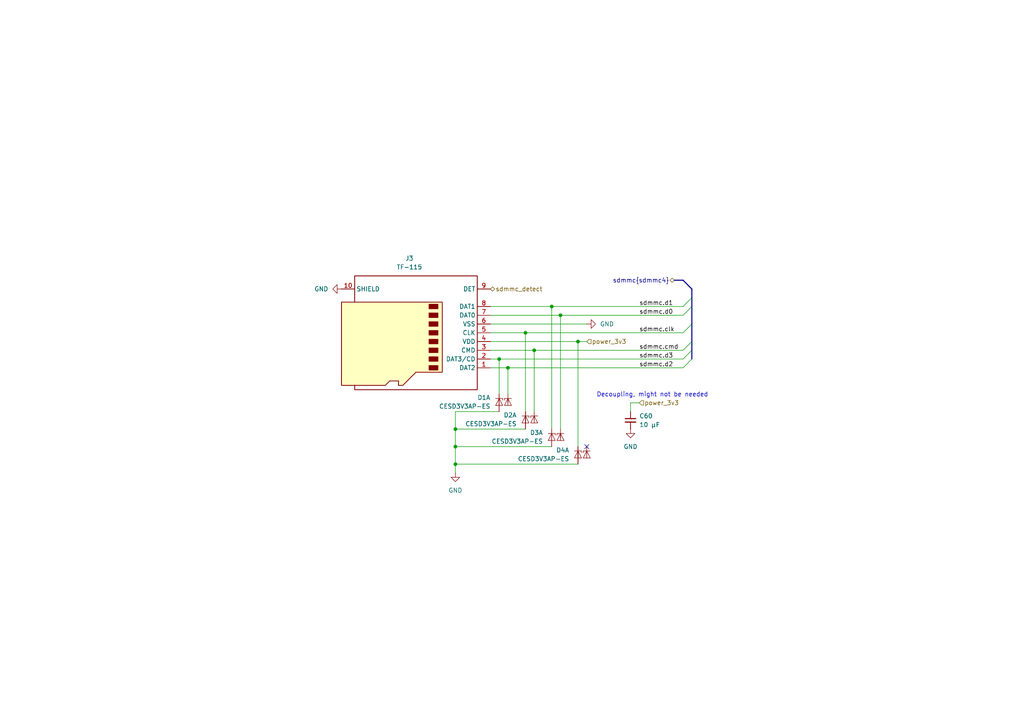
<source format=kicad_sch>
(kicad_sch (version 20250114) (generator "eeschema") (generator_version "9.0")
  (paper "A4")
  (title_block (title "Memory card port") (date "2024-11-14") (rev "Rev1.1") (comment 1 "Author: Aidan MacDonald") (comment 2 "Status: Development"))
  (lib_symbols
    (symbol "Connector:Micro_SD_Card_Det1"
      (property "Reference" "J" (at -16.51 17.78 0))
      (property "Value" "Micro_SD_Card_Det1" (at 16.51 17.78 0))
      (symbol "Micro_SD_Card_Det1_0_1"
        (polyline (pts (xy -8.89 -8.89) (xy -8.89 11.43) (xy -1.27 11.43) (xy 2.54 15.24) (xy 3.81 15.24) (xy 3.81 13.97) (xy 6.35 13.97) (xy 7.62 15.24) (xy 20.32 15.24) (xy 20.32 -8.89) (xy -8.89 -8.89)) (stroke (width 0.254)) (fill (type background)))
        (rectangle (start -7.62 10.795) (end -5.08 9.525) (stroke (width 0.254)) (fill (type outline)))
        (rectangle (start -7.62 8.255) (end -5.08 6.985) (stroke (width 0.254)) (fill (type outline)))
        (rectangle (start -7.62 5.715) (end -5.08 4.445) (stroke (width 0.254)) (fill (type outline)))
        (rectangle (start -7.62 3.175) (end -5.08 1.905) (stroke (width 0.254)) (fill (type outline)))
        (rectangle (start -7.62 0.635) (end -5.08 -0.635) (stroke (width 0.254)) (fill (type outline)))
        (rectangle (start -7.62 -1.905) (end -5.08 -3.175) (stroke (width 0.254)) (fill (type outline)))
        (rectangle (start -7.62 -4.445) (end -5.08 -5.715) (stroke (width 0.254)) (fill (type outline)))
        (rectangle (start -7.62 -6.985) (end -5.08 -8.255) (stroke (width 0.254)) (fill (type outline)))
        (polyline (pts (xy 16.51 15.24) (xy 16.51 16.51) (xy -19.05 16.51) (xy -19.05 -16.51) (xy 16.51 -16.51) (xy 16.51 -8.89)) (stroke (width 0.254)))
      )
      (symbol "Micro_SD_Card_Det1_1_1"
        (pin bidirectional line (at -22.86 10.16 0) (length 3.81) (name "DAT2") (number "1"))
        (pin bidirectional line (at -22.86 7.62 0) (length 3.81) (name "DAT3/CD") (number "2"))
        (pin input line (at -22.86 5.08 0) (length 3.81) (name "CMD") (number "3"))
        (pin power_in line (at -22.86 2.54 0) (length 3.81) (name "VDD") (number "4"))
        (pin input line (at -22.86 0 0) (length 3.81) (name "CLK") (number "5"))
        (pin power_in line (at -22.86 -2.54 0) (length 3.81) (name "VSS") (number "6"))
        (pin bidirectional line (at -22.86 -5.08 0) (length 3.81) (name "DAT0") (number "7"))
        (pin bidirectional line (at -22.86 -7.62 0) (length 3.81) (name "DAT1") (number "8"))
        (pin passive line (at -22.86 -12.7 0) (length 3.81) (name "DET") (number "9"))
        (pin passive line (at 20.32 -12.7 180) (length 3.81) (name "SHIELD") (number "10"))
      )
    )
    (symbol "Device:C_Small" (pin_numbers (hide yes)) (pin_names (offset 0.254) (hide yes))
      (property "Reference" "C" (at 0.254 1.778 0))
      (property "Value" "C_Small" (at 0.254 -2.032 0))
      (symbol "C_Small_0_1"
        (polyline (pts (xy -1.524 0.508) (xy 1.524 0.508)) (stroke (width 0.3048)))
        (polyline (pts (xy -1.524 -0.508) (xy 1.524 -0.508)) (stroke (width 0.3302)))
      )
      (symbol "C_Small_1_1"
        (pin passive line (at 0 2.54 270) (length 2.032) (name "~") (number "1"))
        (pin passive line (at 0 -2.54 90) (length 2.032) (name "~") (number "2"))
      )
    )
    (symbol "echoplayer:CESD3V3AP-ES" (pin_numbers (hide yes)) (pin_names (hide yes))
      (property "Reference" "D" (at -1.524 2.54 0))
      (property "Value" "CESD3V3AP-ES" (at 0 -2.54 0))
      (symbol "CESD3V3AP-ES_0_1"
        (polyline (pts (xy -1.27 1.016) (xy -1.27 -1.016) (xy -0.762 -1.016)))
        (polyline (pts (xy 0.762 1.016) (xy -1.27 0) (xy 0.762 -1.016) (xy 0.762 1.016)))
        (polyline (pts (xy 0.762 0) (xy -1.27 0)))
      )
      (symbol "CESD3V3AP-ES_1_1"
        (pin passive line (at -2.54 0 0) (length 2.54) (name "K1") (number "1"))
        (pin passive line (at 2.54 0 180) (length 2.54) (name "A") (number "3"))
      )
      (symbol "CESD3V3AP-ES_2_1"
        (pin passive line (at -2.54 0 0) (length 2.54) (name "K2") (number "2"))
      )
    )
    (symbol "power:GND" (power) (pin_numbers (hide yes)) (pin_names (offset 0) (hide yes))
      (property "Value" "GND" (at 0 -3.81 0))
      (symbol "GND_0_1"
        (polyline (pts (xy 0 0) (xy 0 -1.27) (xy 1.27 -1.27) (xy 0 -2.54) (xy -1.27 -1.27) (xy 0 -1.27)))
      )
      (symbol "GND_1_1"
        (pin power_in line (at 0 0 270) (length 0) (name "~") (number "1"))
      )
    )
  )
  (text "Decoupling, might not be needed" (at 189.23 114.554 0) (effects (font (size 1.27 1.27))))
  (junction (at 147.32 106.68))
  (junction (at 154.94 101.6))
  (junction (at 132.08 129.54))
  (junction (at 162.56 91.44))
  (junction (at 132.08 134.62))
  (junction (at 167.64 99.06))
  (junction (at 144.78 104.14))
  (junction (at 132.08 124.46))
  (junction (at 152.4 96.52))
  (junction (at 160.02 88.9))
  (no_connect (at 170.18 129.54))
  (bus_entry (at 198.12 106.68) (size 2.54 -2.54))
  (bus_entry (at 198.12 101.6) (size 2.54 -2.54))
  (bus_entry (at 198.12 104.14) (size 2.54 -2.54))
  (bus_entry (at 198.12 88.9) (size 2.54 -2.54))
  (bus_entry (at 198.12 91.44) (size 2.54 -2.54))
  (bus_entry (at 198.12 96.52) (size 2.54 -2.54))
  (bus (pts (xy 200.66 93.98) (xy 200.66 99.06)))
  (wire (pts (xy 144.78 119.38) (xy 132.08 119.38)))
  (wire (pts (xy 152.4 96.52) (xy 198.12 96.52)))
  (wire (pts (xy 142.24 104.14) (xy 144.78 104.14)))
  (bus (pts (xy 200.66 86.36) (xy 200.66 88.9)))
  (wire (pts (xy 144.78 104.14) (xy 144.78 114.3)))
  (wire (pts (xy 147.32 106.68) (xy 147.32 114.3)))
  (wire (pts (xy 170.18 99.06) (xy 167.64 99.06)))
  (wire (pts (xy 182.88 119.38) (xy 182.88 116.84)))
  (wire (pts (xy 142.24 106.68) (xy 147.32 106.68)))
  (wire (pts (xy 142.24 101.6) (xy 154.94 101.6)))
  (wire (pts (xy 162.56 91.44) (xy 198.12 91.44)))
  (wire (pts (xy 142.24 96.52) (xy 152.4 96.52)))
  (wire (pts (xy 152.4 96.52) (xy 152.4 119.38)))
  (wire (pts (xy 132.08 134.62) (xy 132.08 137.16)))
  (bus (pts (xy 198.12 81.28) (xy 195.58 81.28)))
  (wire (pts (xy 142.24 88.9) (xy 160.02 88.9)))
  (wire (pts (xy 132.08 124.46) (xy 132.08 129.54)))
  (wire (pts (xy 160.02 88.9) (xy 160.02 124.46)))
  (wire (pts (xy 167.64 99.06) (xy 142.24 99.06)))
  (wire (pts (xy 132.08 119.38) (xy 132.08 124.46)))
  (wire (pts (xy 160.02 129.54) (xy 132.08 129.54)))
  (bus (pts (xy 200.66 99.06) (xy 200.66 101.6)))
  (wire (pts (xy 167.64 99.06) (xy 167.64 129.54)))
  (wire (pts (xy 162.56 91.44) (xy 162.56 124.46)))
  (bus (pts (xy 200.66 83.82) (xy 200.66 86.36)))
  (wire (pts (xy 144.78 104.14) (xy 198.12 104.14)))
  (wire (pts (xy 147.32 106.68) (xy 198.12 106.68)))
  (bus (pts (xy 200.66 101.6) (xy 200.66 104.14)))
  (wire (pts (xy 154.94 101.6) (xy 154.94 119.38)))
  (bus (pts (xy 200.66 83.82) (xy 198.12 81.28)))
  (wire (pts (xy 142.24 93.98) (xy 170.18 93.98)))
  (wire (pts (xy 154.94 101.6) (xy 198.12 101.6)))
  (wire (pts (xy 152.4 124.46) (xy 132.08 124.46)))
  (bus (pts (xy 200.66 88.9) (xy 200.66 93.98)))
  (wire (pts (xy 132.08 134.62) (xy 167.64 134.62)))
  (wire (pts (xy 182.88 116.84) (xy 185.42 116.84)))
  (wire (pts (xy 160.02 88.9) (xy 198.12 88.9)))
  (wire (pts (xy 132.08 129.54) (xy 132.08 134.62)))
  (wire (pts (xy 142.24 91.44) (xy 162.56 91.44)))
  (label "sdmmc.d1" (at 185.42 88.9 0))
  (label "sdmmc.clk" (at 185.42 96.52 0))
  (label "sdmmc.cmd" (at 185.42 101.6 0))
  (label "sdmmc.d3" (at 185.42 104.14 0))
  (label "sdmmc.d2" (at 185.42 106.68 0))
  (label "sdmmc.d0" (at 185.42 91.44 0))
  (hierarchical_label "sdmmc_detect" (shape tri_state) (at 142.24 83.82 0))
  (hierarchical_label "power_3v3" (shape input) (at 185.42 116.84 0))
  (hierarchical_label "sdmmc{sdmmc4}" (shape bidirectional) (at 195.58 81.28 180))
  (hierarchical_label "power_3v3" (shape input) (at 170.18 99.06 0))
  (symbol (lib_id "echoplayer:CESD3V3AP-ES") (at 170.18 132.08 270) (unit 2)
    (property "Reference" "D4" (effects (hide yes)))
    (property "Value" "CESD3V3AP-ES" (effects (hide yes)))
    (property "Footprint" "Package_TO_SOT_SMD:SOT-23" (effects (hide yes)))
    (property "Datasheet" "https://www.lcsc.com/datasheet/lcsc_datasheet_2409051031_ElecSuper-CESD3V3AP-ES_C5199223.pdf" (effects (hide yes)))
    (property "Description" "Unidirectional dual ESD protection diode array, 3.3V, Common Anode, SOT-23" (effects (hide yes)))
    (property "LCSC#" "C5199223" (effects (hide yes)))
  )
  (symbol (lib_id "Device:C_Small") (at 182.88 121.92 0) (unit 1)
    (property "Reference" "C60" (at 185.42 120.6562 0) (effects (justify left)))
    (property "Value" "10 µF" (at 185.42 123.1962 0) (effects (justify left)))
    (property "Footprint" "Capacitor_SMD:C_0603_1608Metric" (effects (hide yes)))
    (property "Description" "Unpolarized capacitor, small symbol" (effects (hide yes)))
    (property "LCSC#" "C91606" (effects (hide yes)))
  )
  (symbol (lib_id "power:GND") (at 182.88 124.46 0) (unit 1)
    (property "Reference" "#PWR09" (effects (hide yes)))
    (property "Value" "GND" (at 182.88 129.54 0))
    (property "Description" "Power symbol creates a global label with name \"GND\" , ground" (effects (hide yes)))
  )
  (symbol (lib_id "echoplayer:CESD3V3AP-ES") (at 160.02 127 90) (mirror x) (unit 1)
    (property "Reference" "D3" (at 157.48 125.4759 90) (effects (justify left)))
    (property "Value" "CESD3V3AP-ES" (at 157.48 128.0159 90) (effects (justify left)))
    (property "Footprint" "Package_TO_SOT_SMD:SOT-23" (effects (hide yes)))
    (property "Datasheet" "https://www.lcsc.com/datasheet/lcsc_datasheet_2409051031_ElecSuper-CESD3V3AP-ES_C5199223.pdf" (effects (hide yes)))
    (property "Description" "Unidirectional dual ESD protection diode array, 3.3V, Common Anode, SOT-23" (effects (hide yes)))
    (property "LCSC#" "C5199223" (effects (hide yes)))
  )
  (symbol (lib_id "echoplayer:CESD3V3AP-ES") (at 162.56 127 270) (unit 2)
    (property "Reference" "D3" (effects (hide yes)))
    (property "Value" "CESD3V3AP-ES" (effects (hide yes)))
    (property "Footprint" "Package_TO_SOT_SMD:SOT-23" (effects (hide yes)))
    (property "Datasheet" "https://www.lcsc.com/datasheet/lcsc_datasheet_2409051031_ElecSuper-CESD3V3AP-ES_C5199223.pdf" (effects (hide yes)))
    (property "Description" "Unidirectional dual ESD protection diode array, 3.3V, Common Anode, SOT-23" (effects (hide yes)))
    (property "LCSC#" "C5199223" (effects (hide yes)))
  )
  (symbol (lib_id "Connector:Micro_SD_Card_Det1") (at 119.38 96.52 180) (unit 1)
    (property "Reference" "J3" (at 118.745 74.93 0))
    (property "Value" "TF-115" (at 118.745 77.47 0))
    (property "Footprint" "echoplayer:microSD_XUNPU_TF-115" (effects (hide yes)))
    (property "Datasheet" "https://www.lcsc.com/datasheet/lcsc_datasheet_2109061830_XUNPU-TF-115_C266620.pdf" (effects (hide yes)))
    (property "Description" "Micro SD Card Socket with one card detection pin" (effects (hide yes)))
    (property "LCSC#" "C720505" (effects (hide yes)))
  )
  (symbol (lib_id "echoplayer:CESD3V3AP-ES") (at 154.94 121.92 270) (unit 2)
    (property "Reference" "D2" (effects (hide yes)))
    (property "Value" "CESD3V3AP-ES" (effects (hide yes)))
    (property "Footprint" "Package_TO_SOT_SMD:SOT-23" (effects (hide yes)))
    (property "Datasheet" "https://www.lcsc.com/datasheet/lcsc_datasheet_2409051031_ElecSuper-CESD3V3AP-ES_C5199223.pdf" (effects (hide yes)))
    (property "Description" "Unidirectional dual ESD protection diode array, 3.3V, Common Anode, SOT-23" (effects (hide yes)))
    (property "LCSC#" "C5199223" (effects (hide yes)))
  )
  (symbol (lib_id "echoplayer:CESD3V3AP-ES") (at 152.4 121.92 90) (mirror x) (unit 1)
    (property "Reference" "D2" (at 149.86 120.3959 90) (effects (justify left)))
    (property "Value" "CESD3V3AP-ES" (at 149.86 122.9359 90) (effects (justify left)))
    (property "Footprint" "Package_TO_SOT_SMD:SOT-23" (effects (hide yes)))
    (property "Datasheet" "https://www.lcsc.com/datasheet/lcsc_datasheet_2409051031_ElecSuper-CESD3V3AP-ES_C5199223.pdf" (effects (hide yes)))
    (property "Description" "Unidirectional dual ESD protection diode array, 3.3V, Common Anode, SOT-23" (effects (hide yes)))
    (property "LCSC#" "C5199223" (effects (hide yes)))
  )
  (symbol (lib_id "echoplayer:CESD3V3AP-ES") (at 144.78 116.84 90) (mirror x) (unit 1)
    (property "Reference" "D1" (at 142.24 115.3159 90) (effects (justify left)))
    (property "Value" "CESD3V3AP-ES" (at 142.24 117.8559 90) (effects (justify left)))
    (property "Footprint" "Package_TO_SOT_SMD:SOT-23" (effects (hide yes)))
    (property "Datasheet" "https://www.lcsc.com/datasheet/lcsc_datasheet_2409051031_ElecSuper-CESD3V3AP-ES_C5199223.pdf" (effects (hide yes)))
    (property "Description" "Unidirectional dual ESD protection diode array, 3.3V, Common Anode, SOT-23" (effects (hide yes)))
    (property "LCSC#" "C5199223" (effects (hide yes)))
  )
  (symbol (lib_id "power:GND") (at 99.06 83.82 270) (unit 1)
    (property "Reference" "#PWR040" (effects (hide yes)))
    (property "Value" "GND" (at 95.25 83.8199 90) (effects (justify right)))
    (property "Description" "Power symbol creates a global label with name \"GND\" , ground" (effects (hide yes)))
  )
  (symbol (lib_id "echoplayer:CESD3V3AP-ES") (at 167.64 132.08 90) (mirror x) (unit 1)
    (property "Reference" "D4" (at 165.1 130.5559 90) (effects (justify left)))
    (property "Value" "CESD3V3AP-ES" (at 165.1 133.0959 90) (effects (justify left)))
    (property "Footprint" "Package_TO_SOT_SMD:SOT-23" (effects (hide yes)))
    (property "Datasheet" "https://www.lcsc.com/datasheet/lcsc_datasheet_2409051031_ElecSuper-CESD3V3AP-ES_C5199223.pdf" (effects (hide yes)))
    (property "Description" "Unidirectional dual ESD protection diode array, 3.3V, Common Anode, SOT-23" (effects (hide yes)))
    (property "LCSC#" "C5199223" (effects (hide yes)))
  )
  (symbol (lib_id "power:GND") (at 170.18 93.98 90) (unit 1)
    (property "Reference" "#PWR042" (effects (hide yes)))
    (property "Value" "GND" (at 173.99 93.9799 90) (effects (justify right)))
    (property "Description" "Power symbol creates a global label with name \"GND\" , ground" (effects (hide yes)))
  )
  (symbol (lib_id "echoplayer:CESD3V3AP-ES") (at 147.32 116.84 270) (unit 2)
    (property "Reference" "D1" (effects (hide yes)))
    (property "Value" "CESD3V3AP-ES" (effects (hide yes)))
    (property "Footprint" "Package_TO_SOT_SMD:SOT-23" (effects (hide yes)))
    (property "Datasheet" "https://www.lcsc.com/datasheet/lcsc_datasheet_2409051031_ElecSuper-CESD3V3AP-ES_C5199223.pdf" (effects (hide yes)))
    (property "Description" "Unidirectional dual ESD protection diode array, 3.3V, Common Anode, SOT-23" (effects (hide yes)))
    (property "LCSC#" "C5199223" (effects (hide yes)))
  )
  (symbol (lib_id "power:GND") (at 132.08 137.16 0) (unit 1)
    (property "Reference" "#PWR041" (effects (hide yes)))
    (property "Value" "GND" (at 132.08 142.24 0))
    (property "Description" "Power symbol creates a global label with name \"GND\" , ground" (effects (hide yes)))
  )
)
</source>
